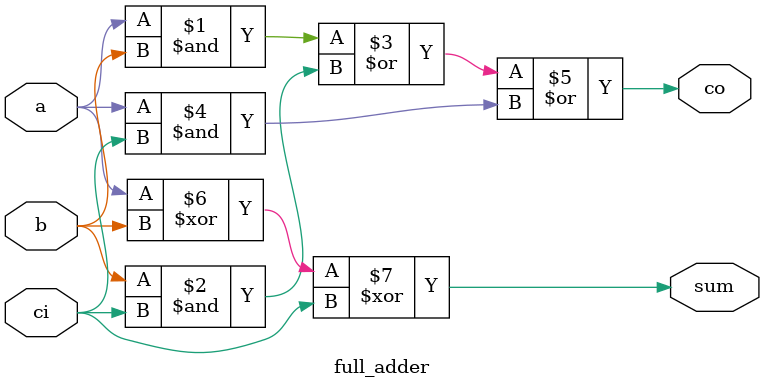
<source format=v>
module full_adder(
    input a,
    input b,
    input ci,
    output co,
    output sum
);

  assign co = (a&b) | (b&ci) | (a&ci);
  assign sum = a ^ b ^ ci;

endmodule

</source>
